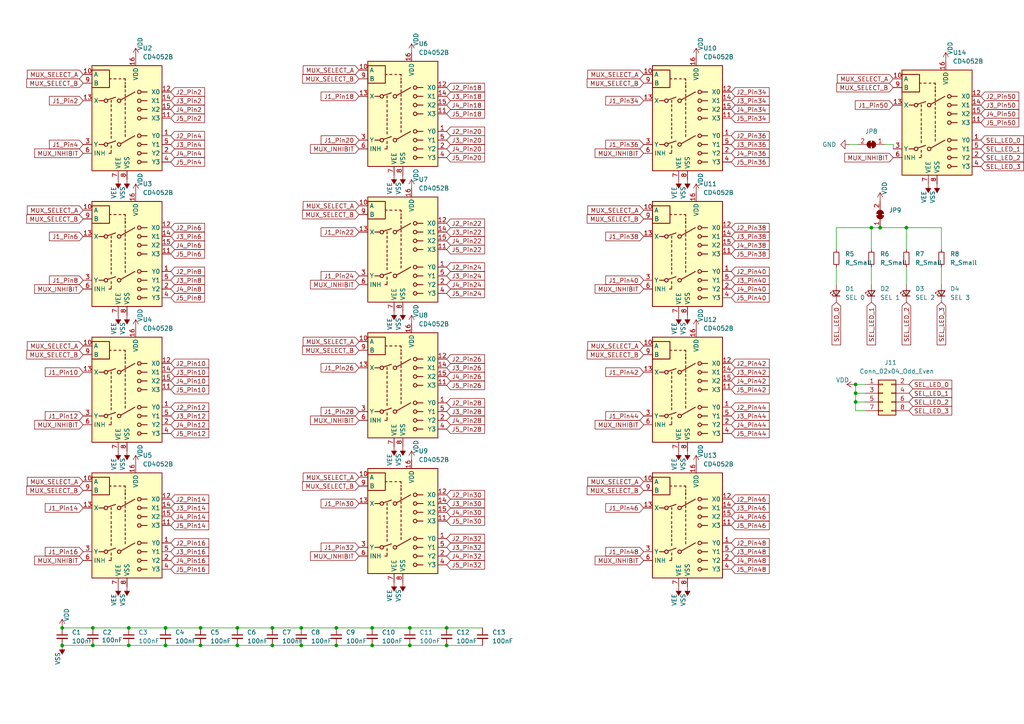
<source format=kicad_sch>
(kicad_sch (version 20211123) (generator eeschema)
  (paper "A4")
  (lib_symbols
    (symbol "Analog_Switch:CD4052B"
      (property "Reference" "U" (at -10.16 16.51 0))
      (property "Value" "CD4052B" (at 3.81 16.51 0))
      (symbol "CD4052B_0_1"
        (rectangle (start -10.16 8.89) (end -5.08 13.97) (stroke (width 0.254)))
        (rectangle (start -10.16 15.24) (end 10.16 -15.24) (stroke (width 0.254)) (fill (type background)))
        (circle (center -6.096 -7.62) (radius 0.508) (stroke (width 0.254)))
        (circle (center -6.096 5.08) (radius 0.508) (stroke (width 0.254)))
        (circle (center -2.286 -7.62) (radius 0.508) (stroke (width 0.254)))
        (circle (center -2.286 5.08) (radius 0.508) (stroke (width 0.254)))
        (polyline (pts (xy -8.128 -7.62) (xy -6.604 -7.62)) (stroke (width 0.254)))
        (polyline (pts (xy -8.128 5.08) (xy -6.604 5.08)) (stroke (width 0.254)))
        (polyline (pts (xy -5.588 -7.366) (xy -3.302 -6.604)) (stroke (width 0.254)))
        (polyline (pts (xy -5.588 5.334) (xy -3.302 6.096)) (stroke (width 0.254)))
        (polyline (pts (xy -4.572 -10.16) (xy -5.207 -10.16)) (stroke (width 0.254)))
        (polyline (pts (xy -4.572 -9.906) (xy -4.572 -9.271)) (stroke (width 0.254)))
        (polyline (pts (xy -4.572 -8.636) (xy -4.572 -8.001)) (stroke (width 0.254)))
        (polyline (pts (xy -4.572 -5.842) (xy -4.572 -5.207)) (stroke (width 0.254)))
        (polyline (pts (xy -4.572 -4.572) (xy -4.572 -3.937)) (stroke (width 0.254)))
        (polyline (pts (xy -4.572 -3.302) (xy -4.572 -2.667)) (stroke (width 0.254)))
        (polyline (pts (xy -4.572 -2.032) (xy -4.572 -1.397)) (stroke (width 0.254)))
        (polyline (pts (xy -4.572 -0.762) (xy -4.572 -0.127)) (stroke (width 0.254)))
        (polyline (pts (xy -4.572 0.508) (xy -4.572 1.143)) (stroke (width 0.254)))
        (polyline (pts (xy -4.572 2.032) (xy -4.572 2.667)) (stroke (width 0.254)))
        (polyline (pts (xy -4.572 3.302) (xy -4.572 3.937)) (stroke (width 0.254)))
        (polyline (pts (xy -4.572 4.572) (xy -4.572 5.207)) (stroke (width 0.254)))
        (polyline (pts (xy -4.572 11.43) (xy -5.08 11.43)) (stroke (width 0.254)))
        (polyline (pts (xy -3.81 11.43) (xy -3.175 11.43)) (stroke (width 0.254)))
        (polyline (pts (xy -1.778 -7.366) (xy 2.286 -5.08)) (stroke (width 0.254)))
        (polyline (pts (xy -1.778 5.334) (xy 2.286 7.62)) (stroke (width 0.254)))
        (polyline (pts (xy -1.778 11.43) (xy -2.286 11.43)) (stroke (width 0.254)))
        (polyline (pts (xy -0.508 -5.334) (xy -0.508 -4.699)) (stroke (width 0.254)))
        (polyline (pts (xy -0.508 -4.064) (xy -0.508 -3.429)) (stroke (width 0.254)))
        (polyline (pts (xy -0.508 -2.794) (xy -0.508 -2.159)) (stroke (width 0.254)))
        (polyline (pts (xy -0.508 -1.524) (xy -0.508 -0.889)) (stroke (width 0.254)))
        (polyline (pts (xy -0.508 -0.254) (xy -0.508 0.381)) (stroke (width 0.254)))
        (polyline (pts (xy -0.508 1.27) (xy -0.508 1.905)) (stroke (width 0.254)))
        (polyline (pts (xy -0.508 2.54) (xy -0.508 3.175)) (stroke (width 0.254)))
        (polyline (pts (xy -0.508 3.81) (xy -0.508 4.445)) (stroke (width 0.254)))
        (polyline (pts (xy -0.508 5.08) (xy -0.508 5.715)) (stroke (width 0.254)))
        (polyline (pts (xy -0.508 6.35) (xy -0.508 6.985)) (stroke (width 0.254)))
        (polyline (pts (xy -0.508 7.62) (xy -0.508 8.255)) (stroke (width 0.254)))
        (polyline (pts (xy -0.508 8.89) (xy -0.508 9.398)) (stroke (width 0.254)))
        (polyline (pts (xy -0.508 8.89) (xy -0.508 9.525)) (stroke (width 0.254)))
        (polyline (pts (xy -0.508 9.906) (xy -0.508 10.414)) (stroke (width 0.254)))
        (polyline (pts (xy -0.508 10.922) (xy -0.508 11.43)) (stroke (width 0.254)))
        (polyline (pts (xy -0.508 11.43) (xy -1.016 11.43)) (stroke (width 0.254)))
        (polyline (pts (xy 4.064 -12.7) (xy 5.842 -12.7)) (stroke (width 0.254)))
        (polyline (pts (xy 4.064 -10.16) (xy 5.842 -10.16)) (stroke (width 0.254)))
        (polyline (pts (xy 4.064 -7.62) (xy 5.842 -7.62)) (stroke (width 0.254)))
        (polyline (pts (xy 4.064 -5.08) (xy 5.842 -5.08)) (stroke (width 0.254)))
        (polyline (pts (xy 4.064 0) (xy 5.842 0)) (stroke (width 0.254)))
        (polyline (pts (xy 4.064 2.54) (xy 5.842 2.54)) (stroke (width 0.254)))
        (polyline (pts (xy 4.064 5.08) (xy 5.842 5.08)) (stroke (width 0.254)))
        (polyline (pts (xy 4.064 7.62) (xy 5.842 7.62)) (stroke (width 0.254)))
        (circle (center 3.556 -12.7) (radius 0.508) (stroke (width 0.254)))
        (circle (center 3.556 -10.16) (radius 0.508) (stroke (width 0.254)))
        (circle (center 3.556 -7.62) (radius 0.508) (stroke (width 0.254)))
        (circle (center 3.556 -5.08) (radius 0.508) (stroke (width 0.254)))
        (circle (center 3.556 0) (radius 0.508) (stroke (width 0.254)))
        (circle (center 3.556 2.54) (radius 0.508) (stroke (width 0.254)))
        (circle (center 3.556 5.08) (radius 0.508) (stroke (width 0.254)))
        (circle (center 3.556 7.62) (radius 0.508) (stroke (width 0.254)))
      )
      (symbol "CD4052B_1_1"
        (pin bidirectional line (at 12.7 -5.08 180) (length 2.54) (name "Y0") (number "1"))
        (pin input line (at -12.7 12.7 0) (length 2.54) (name "A") (number "10"))
        (pin bidirectional line (at 12.7 0 180) (length 2.54) (name "X3") (number "11"))
        (pin bidirectional line (at 12.7 7.62 180) (length 2.54) (name "X0") (number "12"))
        (pin bidirectional line (at -12.7 5.08 0) (length 2.54) (name "X") (number "13"))
        (pin bidirectional line (at 12.7 5.08 180) (length 2.54) (name "X1") (number "14"))
        (pin bidirectional line (at 12.7 2.54 180) (length 2.54) (name "X2") (number "15"))
        (pin power_in line (at 2.54 17.78 270) (length 2.54) (name "VDD") (number "16"))
        (pin bidirectional line (at 12.7 -10.16 180) (length 2.54) (name "Y2") (number "2"))
        (pin bidirectional line (at -12.7 -7.62 0) (length 2.54) (name "Y") (number "3"))
        (pin bidirectional line (at 12.7 -12.7 180) (length 2.54) (name "Y3") (number "4"))
        (pin bidirectional line (at 12.7 -7.62 180) (length 2.54) (name "Y1") (number "5"))
        (pin input line (at -12.7 -10.16 0) (length 2.54) (name "INH") (number "6"))
        (pin power_in line (at -2.54 -17.78 90) (length 2.54) (name "VEE") (number "7"))
        (pin power_in line (at 0 -17.78 90) (length 2.54) (name "VSS") (number "8"))
        (pin input line (at -12.7 10.16 0) (length 2.54) (name "B") (number "9"))
      )
    )
    (symbol "Connector_Generic:Conn_02x04_Odd_Even" (pin_names (offset 1.016) hide)
      (property "Reference" "J" (at 1.27 5.08 0))
      (property "Value" "Conn_02x04_Odd_Even" (at 1.27 -7.62 0))
      (symbol "Conn_02x04_Odd_Even_1_1"
        (rectangle (start -1.27 -4.953) (end 0 -5.207) (stroke (width 0.1524)))
        (rectangle (start -1.27 -2.413) (end 0 -2.667) (stroke (width 0.1524)))
        (rectangle (start -1.27 0.127) (end 0 -0.127) (stroke (width 0.1524)))
        (rectangle (start -1.27 2.667) (end 0 2.413) (stroke (width 0.1524)))
        (rectangle (start -1.27 3.81) (end 3.81 -6.35) (stroke (width 0.254)) (fill (type background)))
        (rectangle (start 3.81 -4.953) (end 2.54 -5.207) (stroke (width 0.1524)))
        (rectangle (start 3.81 -2.413) (end 2.54 -2.667) (stroke (width 0.1524)))
        (rectangle (start 3.81 0.127) (end 2.54 -0.127) (stroke (width 0.1524)))
        (rectangle (start 3.81 2.667) (end 2.54 2.413) (stroke (width 0.1524)))
        (pin passive line (at -5.08 2.54 0) (length 3.81) (name "Pin_1") (number "1"))
        (pin passive line (at 7.62 2.54 180) (length 3.81) (name "Pin_2") (number "2"))
        (pin passive line (at -5.08 0 0) (length 3.81) (name "Pin_3") (number "3"))
        (pin passive line (at 7.62 0 180) (length 3.81) (name "Pin_4") (number "4"))
        (pin passive line (at -5.08 -2.54 0) (length 3.81) (name "Pin_5") (number "5"))
        (pin passive line (at 7.62 -2.54 180) (length 3.81) (name "Pin_6") (number "6"))
        (pin passive line (at -5.08 -5.08 0) (length 3.81) (name "Pin_7") (number "7"))
        (pin passive line (at 7.62 -5.08 180) (length 3.81) (name "Pin_8") (number "8"))
      )
    )
    (symbol "Device:C_Small" (pin_numbers hide) (pin_names (offset 0.254) hide)
      (property "Reference" "C" (at 0.254 1.778 0))
      (property "Value" "C_Small" (at 0.254 -2.032 0))
      (symbol "C_Small_0_1"
        (polyline (pts (xy -1.524 -0.508) (xy 1.524 -0.508)) (stroke (width 0.3302)))
        (polyline (pts (xy -1.524 0.508) (xy 1.524 0.508)) (stroke (width 0.3048)))
      )
      (symbol "C_Small_1_1"
        (pin passive line (at 0 2.54 270) (length 2.032) (name "~") (number "1"))
        (pin passive line (at 0 -2.54 90) (length 2.032) (name "~") (number "2"))
      )
    )
    (symbol "Device:LED_Small" (pin_numbers hide) (pin_names (offset 0.254) hide)
      (property "Reference" "D" (at -1.27 3.175 0))
      (property "Value" "LED_Small" (at -4.445 -2.54 0))
      (symbol "LED_Small_0_1"
        (polyline (pts (xy -0.762 -1.016) (xy -0.762 1.016)) (stroke (width 0.254)))
        (polyline (pts (xy 1.016 0) (xy -0.762 0)))
        (polyline (pts (xy 0.762 -1.016) (xy -0.762 0) (xy 0.762 1.016) (xy 0.762 -1.016)) (stroke (width 0.254)))
        (polyline (pts (xy 0 0.762) (xy -0.508 1.27) (xy -0.254 1.27) (xy -0.508 1.27) (xy -0.508 1.016)))
        (polyline (pts (xy 0.508 1.27) (xy 0 1.778) (xy 0.254 1.778) (xy 0 1.778) (xy 0 1.524)))
      )
      (symbol "LED_Small_1_1"
        (pin passive line (at -2.54 0 0) (length 1.778) (name "K") (number "1"))
        (pin passive line (at 2.54 0 180) (length 1.778) (name "A") (number "2"))
      )
    )
    (symbol "Device:R_Small" (pin_numbers hide) (pin_names (offset 0.254) hide)
      (property "Reference" "R" (at 0.762 0.508 0))
      (property "Value" "R_Small" (at 0.762 -1.016 0))
      (symbol "R_Small_0_1"
        (rectangle (start -0.762 1.778) (end 0.762 -1.778) (stroke (width 0.2032)))
      )
      (symbol "R_Small_1_1"
        (pin passive line (at 0 2.54 270) (length 0.762) (name "~") (number "1"))
        (pin passive line (at 0 -2.54 90) (length 0.762) (name "~") (number "2"))
      )
    )
    (symbol "Jumper:SolderJumper_2_Bridged" (pin_names (offset 0) hide)
      (property "Reference" "JP" (at 0 2.032 0))
      (property "Value" "SolderJumper_2_Bridged" (at 0 -2.54 0))
      (symbol "SolderJumper_2_Bridged_0_1"
        (rectangle (start -0.508 0.508) (end 0.508 -0.508) (fill (type outline)))
        (arc (start -0.254 1.016) (mid -1.27 0) (end -0.254 -1.016))
        (arc (start -0.254 1.016) (mid -1.27 0) (end -0.254 -1.016) (fill (type outline)))
        (polyline (pts (xy -0.254 1.016) (xy -0.254 -1.016)))
        (polyline (pts (xy 0.254 1.016) (xy 0.254 -1.016)))
        (arc (start 0.254 -1.016) (mid 1.27 0) (end 0.254 1.016))
        (arc (start 0.254 -1.016) (mid 1.27 0) (end 0.254 1.016) (fill (type outline)))
      )
      (symbol "SolderJumper_2_Bridged_1_1"
        (pin passive line (at -3.81 0 0) (length 2.54) (name "A") (number "1"))
        (pin passive line (at 3.81 0 180) (length 2.54) (name "B") (number "2"))
      )
    )
    (symbol "power:GND" (power) (pin_names (offset 0))
      (property "Value" "GND" (at 0 -3.81 0))
      (symbol "GND_0_1"
        (polyline (pts (xy 0 0) (xy 0 -1.27) (xy 1.27 -1.27) (xy 0 -2.54) (xy -1.27 -1.27) (xy 0 -1.27)))
      )
      (symbol "GND_1_1"
        (pin power_in line (at 0 0 270) (length 0) hide (name "GND") (number "1"))
      )
    )
    (symbol "power:VDD" (power) (pin_names (offset 0))
      (property "Value" "VDD" (at 0 3.81 0))
      (symbol "VDD_0_1"
        (polyline (pts (xy -0.762 1.27) (xy 0 2.54)))
        (polyline (pts (xy 0 0) (xy 0 2.54)))
        (polyline (pts (xy 0 2.54) (xy 0.762 1.27)))
      )
      (symbol "VDD_1_1"
        (pin power_in line (at 0 0 90) (length 0) hide (name "VDD") (number "1"))
      )
    )
    (symbol "power:VEE" (power) (pin_names (offset 0))
      (property "Value" "VEE" (at 0 3.81 0))
      (symbol "VEE_0_1"
        (polyline (pts (xy 0 0) (xy 0 2.54)))
        (polyline (pts (xy 0.762 1.27) (xy -0.762 1.27) (xy 0 2.54) (xy 0.762 1.27)) (fill (type outline)))
      )
      (symbol "VEE_1_1"
        (pin power_in line (at 0 0 90) (length 0) hide (name "VEE") (number "1"))
      )
    )
    (symbol "power:VSS" (power) (pin_names (offset 0))
      (property "Value" "VSS" (at 0 3.81 0))
      (symbol "VSS_0_1"
        (polyline (pts (xy 0 0) (xy 0 2.54)))
        (polyline (pts (xy 0.762 1.27) (xy -0.762 1.27) (xy 0 2.54) (xy 0.762 1.27)) (fill (type outline)))
      )
      (symbol "VSS_1_1"
        (pin power_in line (at 0 0 90) (length 0) hide (name "VSS") (number "1"))
      )
    )
  )
  (junction (at 68.834 182.118))
  (junction (at 248.158 116.586))
  (junction (at 87.376 182.118))
  (junction (at 252.73 66.04))
  (junction (at 26.924 182.118))
  (junction (at 78.994 187.198))
  (junction (at 262.89 66.04))
  (junction (at 58.166 182.118))
  (junction (at 255.27 66.04))
  (junction (at 129.54 182.118))
  (junction (at 58.166 187.198))
  (junction (at 18.034 187.198))
  (junction (at 37.338 187.198))
  (junction (at 97.536 187.198))
  (junction (at 48.006 187.198))
  (junction (at 248.158 111.506))
  (junction (at 248.158 114.046))
  (junction (at 107.95 182.118))
  (junction (at 68.834 187.198))
  (junction (at 129.54 187.198))
  (junction (at 118.872 182.118))
  (junction (at 107.95 187.198))
  (junction (at 18.034 182.118))
  (junction (at 48.006 182.118))
  (junction (at 97.536 182.118))
  (junction (at 37.338 182.118))
  (junction (at 26.924 187.198))
  (junction (at 78.994 182.118))
  (junction (at 87.376 187.198))
  (junction (at 118.872 187.198))
  (wire (pts (xy 48.006 187.198) (xy 58.166 187.198)))
  (wire (pts (xy 107.95 187.198) (xy 118.872 187.198)))
  (wire (pts (xy 262.89 72.39) (xy 262.89 66.04)))
  (wire (pts (xy 78.994 182.118) (xy 87.376 182.118)))
  (wire (pts (xy 118.872 182.118) (xy 129.54 182.118)))
  (wire (pts (xy 18.034 187.198) (xy 26.924 187.198)))
  (wire (pts (xy 97.536 187.198) (xy 107.95 187.198)))
  (wire (pts (xy 248.158 111.506) (xy 248.158 114.046)))
  (wire (pts (xy 18.034 182.118) (xy 26.924 182.118)))
  (wire (pts (xy 107.95 182.118) (xy 118.872 182.118)))
  (wire (pts (xy 262.89 82.55) (xy 262.89 77.47)))
  (wire (pts (xy 256.54 41.91) (xy 259.08 41.91)))
  (wire (pts (xy 252.73 77.47) (xy 252.73 82.55)))
  (wire (pts (xy 118.872 187.198) (xy 129.54 187.198)))
  (wire (pts (xy 273.05 77.47) (xy 273.05 82.55)))
  (wire (pts (xy 68.834 187.198) (xy 78.994 187.198)))
  (wire (pts (xy 248.158 116.586) (xy 250.952 116.586)))
  (wire (pts (xy 68.834 182.118) (xy 78.994 182.118)))
  (wire (pts (xy 248.158 111.506) (xy 250.952 111.506)))
  (wire (pts (xy 248.158 114.046) (xy 250.952 114.046)))
  (wire (pts (xy 246.38 41.91) (xy 248.92 41.91)))
  (wire (pts (xy 248.158 119.126) (xy 250.952 119.126)))
  (wire (pts (xy 255.27 66.04) (xy 262.89 66.04)))
  (wire (pts (xy 259.08 41.91) (xy 259.08 43.18)))
  (wire (pts (xy 87.376 187.198) (xy 97.536 187.198)))
  (wire (pts (xy 26.924 187.198) (xy 37.338 187.198)))
  (wire (pts (xy 252.73 66.04) (xy 252.73 72.39)))
  (wire (pts (xy 48.006 182.118) (xy 58.166 182.118)))
  (wire (pts (xy 242.57 72.39) (xy 242.57 66.04)))
  (wire (pts (xy 248.158 116.586) (xy 248.158 119.126)))
  (wire (pts (xy 242.57 66.04) (xy 252.73 66.04)))
  (wire (pts (xy 242.57 82.55) (xy 242.57 77.47)))
  (wire (pts (xy 129.54 187.198) (xy 139.954 187.198)))
  (wire (pts (xy 262.89 66.04) (xy 273.05 66.04)))
  (wire (pts (xy 248.158 114.046) (xy 248.158 116.586)))
  (wire (pts (xy 37.338 187.198) (xy 48.006 187.198)))
  (wire (pts (xy 26.924 182.118) (xy 37.338 182.118)))
  (wire (pts (xy 97.536 182.118) (xy 107.95 182.118)))
  (wire (pts (xy 58.166 187.198) (xy 68.834 187.198)))
  (wire (pts (xy 255.27 66.04) (xy 252.73 66.04)))
  (wire (pts (xy 78.994 187.198) (xy 87.376 187.198)))
  (wire (pts (xy 87.376 182.118) (xy 97.536 182.118)))
  (wire (pts (xy 129.54 182.118) (xy 139.954 182.118)))
  (wire (pts (xy 273.05 66.04) (xy 273.05 72.39)))
  (wire (pts (xy 37.338 182.118) (xy 48.006 182.118)))
  (wire (pts (xy 58.166 182.118) (xy 68.834 182.118)))
  (global_label "J5_Pin32" (shape input) (at 129.54 163.83 0) (property "Intersheet References" "${INTERSHEET_REFS}" (effects hide)))
  (global_label "J2_Pin20" (shape input) (at 129.54 38.1 0) (property "Intersheet References" "${INTERSHEET_REFS}" (effects hide)))
  (global_label "J3_Pin46" (shape input) (at 212.09 147.32 0) (property "Intersheet References" "${INTERSHEET_REFS}" (effects hide)))
  (global_label "J5_Pin18" (shape input) (at 129.54 33.02 0) (property "Intersheet References" "${INTERSHEET_REFS}" (effects hide)))
  (global_label "J2_Pin4" (shape input) (at 49.53 39.37 0) (property "Intersheet References" "${INTERSHEET_REFS}" (effects hide)))
  (global_label "J4_Pin46" (shape input) (at 212.09 149.86 0) (property "Intersheet References" "${INTERSHEET_REFS}" (effects hide)))
  (global_label "J1_Pin28" (shape input) (at 104.14 119.38 180) (property "Intersheet References" "${INTERSHEET_REFS}" (effects hide)))
  (global_label "J3_Pin14" (shape input) (at 49.53 147.32 0) (property "Intersheet References" "${INTERSHEET_REFS}" (effects hide)))
  (global_label "J1_Pin16" (shape input) (at 24.13 160.02 180) (property "Intersheet References" "${INTERSHEET_REFS}" (effects hide)))
  (global_label "J2_Pin18" (shape input) (at 129.54 25.4 0) (property "Intersheet References" "${INTERSHEET_REFS}" (effects hide)))
  (global_label "J2_Pin16" (shape input) (at 49.53 157.48 0) (property "Intersheet References" "${INTERSHEET_REFS}" (effects hide)))
  (global_label "MUX_INHIBIT" (shape input) (at 259.08 45.72 180) (property "Intersheet References" "${INTERSHEET_REFS}" (effects hide)))
  (global_label "MUX_INHIBIT" (shape input) (at 104.14 82.55 180) (property "Intersheet References" "${INTERSHEET_REFS}" (effects hide)))
  (global_label "MUX_SELECT_B" (shape input) (at 104.14 140.97 180) (property "Intersheet References" "${INTERSHEET_REFS}" (effects hide)))
  (global_label "J4_Pin12" (shape input) (at 49.53 123.19 0) (property "Intersheet References" "${INTERSHEET_REFS}" (effects hide)))
  (global_label "J5_Pin34" (shape input) (at 212.09 34.29 0) (property "Intersheet References" "${INTERSHEET_REFS}" (effects hide)))
  (global_label "MUX_SELECT_A" (shape input) (at 104.14 99.06 180) (property "Intersheet References" "${INTERSHEET_REFS}" (effects hide)))
  (global_label "MUX_SELECT_A" (shape input) (at 186.69 100.33 180) (property "Intersheet References" "${INTERSHEET_REFS}" (effects hide)))
  (global_label "J2_Pin32" (shape input) (at 129.54 156.21 0) (property "Intersheet References" "${INTERSHEET_REFS}" (effects hide)))
  (global_label "J4_Pin22" (shape input) (at 129.54 69.85 0) (property "Intersheet References" "${INTERSHEET_REFS}" (effects hide)))
  (global_label "J2_Pin46" (shape input) (at 212.09 144.78 0) (property "Intersheet References" "${INTERSHEET_REFS}" (effects hide)))
  (global_label "MUX_INHIBIT" (shape input) (at 186.69 83.82 180) (property "Intersheet References" "${INTERSHEET_REFS}" (effects hide)))
  (global_label "MUX_SELECT_A" (shape input) (at 24.13 21.59 180) (property "Intersheet References" "${INTERSHEET_REFS}" (effects hide)))
  (global_label "MUX_SELECT_A" (shape input) (at 24.13 139.7 180) (property "Intersheet References" "${INTERSHEET_REFS}" (effects hide)))
  (global_label "J3_Pin36" (shape input) (at 212.09 41.91 0) (property "Intersheet References" "${INTERSHEET_REFS}" (effects hide)))
  (global_label "SEL_LED_3" (shape input) (at 284.48 48.26 0) (property "Intersheet References" "${INTERSHEET_REFS}" (effects hide)))
  (global_label "MUX_INHIBIT" (shape input) (at 24.13 123.19 180) (property "Intersheet References" "${INTERSHEET_REFS}" (effects hide)))
  (global_label "J2_Pin22" (shape input) (at 129.54 64.77 0) (property "Intersheet References" "${INTERSHEET_REFS}" (effects hide)))
  (global_label "J5_Pin50" (shape input) (at 284.48 35.56 0) (property "Intersheet References" "${INTERSHEET_REFS}" (effects hide)))
  (global_label "SEL_LED_1" (shape input) (at 252.73 87.63 270) (property "Intersheet References" "${INTERSHEET_REFS}" (effects hide)))
  (global_label "MUX_SELECT_B" (shape input) (at 24.13 142.24 180) (property "Intersheet References" "${INTERSHEET_REFS}" (effects hide)))
  (global_label "MUX_INHIBIT" (shape input) (at 24.13 162.56 180) (property "Intersheet References" "${INTERSHEET_REFS}" (effects hide)))
  (global_label "J4_Pin36" (shape input) (at 212.09 44.45 0) (property "Intersheet References" "${INTERSHEET_REFS}" (effects hide)))
  (global_label "MUX_SELECT_B" (shape input) (at 186.69 24.13 180) (property "Intersheet References" "${INTERSHEET_REFS}" (effects hide)))
  (global_label "MUX_INHIBIT" (shape input) (at 104.14 161.29 180) (property "Intersheet References" "${INTERSHEET_REFS}" (effects hide)))
  (global_label "J1_Pin30" (shape input) (at 104.14 146.05 180) (property "Intersheet References" "${INTERSHEET_REFS}" (effects hide)))
  (global_label "J3_Pin38" (shape input) (at 212.09 68.58 0) (property "Intersheet References" "${INTERSHEET_REFS}" (effects hide)))
  (global_label "J1_Pin6" (shape input) (at 24.13 68.58 180) (property "Intersheet References" "${INTERSHEET_REFS}" (effects hide)))
  (global_label "J1_Pin44" (shape input) (at 186.69 120.65 180) (property "Intersheet References" "${INTERSHEET_REFS}" (effects hide)))
  (global_label "J2_Pin26" (shape input) (at 129.54 104.14 0) (property "Intersheet References" "${INTERSHEET_REFS}" (effects hide)))
  (global_label "J4_Pin24" (shape input) (at 129.54 82.55 0) (property "Intersheet References" "${INTERSHEET_REFS}" (effects hide)))
  (global_label "SEL_LED_2" (shape input) (at 262.89 87.63 270) (property "Intersheet References" "${INTERSHEET_REFS}" (effects hide)))
  (global_label "J5_Pin10" (shape input) (at 49.53 113.03 0) (property "Intersheet References" "${INTERSHEET_REFS}" (effects hide)))
  (global_label "J4_Pin42" (shape input) (at 212.09 110.49 0) (property "Intersheet References" "${INTERSHEET_REFS}" (effects hide)))
  (global_label "J4_Pin32" (shape input) (at 129.54 161.29 0) (property "Intersheet References" "${INTERSHEET_REFS}" (effects hide)))
  (global_label "MUX_INHIBIT" (shape input) (at 104.14 121.92 180) (property "Intersheet References" "${INTERSHEET_REFS}" (effects hide)))
  (global_label "J2_Pin38" (shape input) (at 212.09 66.04 0) (property "Intersheet References" "${INTERSHEET_REFS}" (effects hide)))
  (global_label "MUX_SELECT_B" (shape input) (at 24.13 102.87 180) (property "Intersheet References" "${INTERSHEET_REFS}" (effects hide)))
  (global_label "SEL_LED_1" (shape input) (at 263.652 114.046 0) (property "Intersheet References" "${INTERSHEET_REFS}" (effects hide)))
  (global_label "MUX_INHIBIT" (shape input) (at 24.13 83.82 180) (property "Intersheet References" "${INTERSHEET_REFS}" (effects hide)))
  (global_label "MUX_SELECT_A" (shape input) (at 104.14 20.32 180) (property "Intersheet References" "${INTERSHEET_REFS}" (effects hide)))
  (global_label "MUX_SELECT_B" (shape input) (at 24.13 63.5 180) (property "Intersheet References" "${INTERSHEET_REFS}" (effects hide)))
  (global_label "J3_Pin32" (shape input) (at 129.54 158.75 0) (property "Intersheet References" "${INTERSHEET_REFS}" (effects hide)))
  (global_label "MUX_INHIBIT" (shape input) (at 24.13 44.45 180) (property "Intersheet References" "${INTERSHEET_REFS}" (effects hide)))
  (global_label "J4_Pin8" (shape input) (at 49.53 83.82 0) (property "Intersheet References" "${INTERSHEET_REFS}" (effects hide)))
  (global_label "J5_Pin6" (shape input) (at 49.53 73.66 0) (property "Intersheet References" "${INTERSHEET_REFS}" (effects hide)))
  (global_label "MUX_SELECT_A" (shape input) (at 186.69 60.96 180) (property "Intersheet References" "${INTERSHEET_REFS}" (effects hide)))
  (global_label "J5_Pin46" (shape input) (at 212.09 152.4 0) (property "Intersheet References" "${INTERSHEET_REFS}" (effects hide)))
  (global_label "MUX_SELECT_A" (shape input) (at 104.14 59.69 180) (property "Intersheet References" "${INTERSHEET_REFS}" (effects hide)))
  (global_label "J1_Pin48" (shape input) (at 186.69 160.02 180) (property "Intersheet References" "${INTERSHEET_REFS}" (effects hide)))
  (global_label "J2_Pin36" (shape input) (at 212.09 39.37 0) (property "Intersheet References" "${INTERSHEET_REFS}" (effects hide)))
  (global_label "J4_Pin30" (shape input) (at 129.54 148.59 0) (property "Intersheet References" "${INTERSHEET_REFS}" (effects hide)))
  (global_label "J3_Pin20" (shape input) (at 129.54 40.64 0) (property "Intersheet References" "${INTERSHEET_REFS}" (effects hide)))
  (global_label "J4_Pin26" (shape input) (at 129.54 109.22 0) (property "Intersheet References" "${INTERSHEET_REFS}" (effects hide)))
  (global_label "J3_Pin22" (shape input) (at 129.54 67.31 0) (property "Intersheet References" "${INTERSHEET_REFS}" (effects hide)))
  (global_label "J4_Pin4" (shape input) (at 49.53 44.45 0) (property "Intersheet References" "${INTERSHEET_REFS}" (effects hide)))
  (global_label "J1_Pin50" (shape input) (at 259.08 30.48 180) (property "Intersheet References" "${INTERSHEET_REFS}" (effects hide)))
  (global_label "J2_Pin24" (shape input) (at 129.54 77.47 0) (property "Intersheet References" "${INTERSHEET_REFS}" (effects hide)))
  (global_label "J2_Pin48" (shape input) (at 212.09 157.48 0) (property "Intersheet References" "${INTERSHEET_REFS}" (effects hide)))
  (global_label "J1_Pin20" (shape input) (at 104.14 40.64 180) (property "Intersheet References" "${INTERSHEET_REFS}" (effects hide)))
  (global_label "J3_Pin30" (shape input) (at 129.54 146.05 0) (property "Intersheet References" "${INTERSHEET_REFS}" (effects hide)))
  (global_label "MUX_SELECT_B" (shape input) (at 104.14 101.6 180) (property "Intersheet References" "${INTERSHEET_REFS}" (effects hide)))
  (global_label "SEL_LED_0" (shape input) (at 284.48 40.64 0) (property "Intersheet References" "${INTERSHEET_REFS}" (effects hide)))
  (global_label "J4_Pin16" (shape input) (at 49.53 162.56 0) (property "Intersheet References" "${INTERSHEET_REFS}" (effects hide)))
  (global_label "MUX_INHIBIT" (shape input) (at 186.69 162.56 180) (property "Intersheet References" "${INTERSHEET_REFS}" (effects hide)))
  (global_label "J5_Pin40" (shape input) (at 212.09 86.36 0) (property "Intersheet References" "${INTERSHEET_REFS}" (effects hide)))
  (global_label "J2_Pin10" (shape input) (at 49.53 105.41 0) (property "Intersheet References" "${INTERSHEET_REFS}" (effects hide)))
  (global_label "J4_Pin20" (shape input) (at 129.54 43.18 0) (property "Intersheet References" "${INTERSHEET_REFS}" (effects hide)))
  (global_label "MUX_INHIBIT" (shape input) (at 104.14 43.18 180) (property "Intersheet References" "${INTERSHEET_REFS}" (effects hide)))
  (global_label "J2_Pin12" (shape input) (at 49.53 118.11 0) (property "Intersheet References" "${INTERSHEET_REFS}" (effects hide)))
  (global_label "MUX_SELECT_B" (shape input) (at 104.14 22.86 180) (property "Intersheet References" "${INTERSHEET_REFS}" (effects hide)))
  (global_label "MUX_INHIBIT" (shape input) (at 186.69 44.45 180) (property "Intersheet References" "${INTERSHEET_REFS}" (effects hide)))
  (global_label "J5_Pin26" (shape input) (at 129.54 111.76 0) (property "Intersheet References" "${INTERSHEET_REFS}" (effects hide)))
  (global_label "J2_Pin28" (shape input) (at 129.54 116.84 0) (property "Intersheet References" "${INTERSHEET_REFS}" (effects hide)))
  (global_label "J1_Pin38" (shape input) (at 186.69 68.58 180) (property "Intersheet References" "${INTERSHEET_REFS}" (effects hide)))
  (global_label "MUX_SELECT_A" (shape input) (at 24.13 60.96 180) (property "Intersheet References" "${INTERSHEET_REFS}" (effects hide)))
  (global_label "SEL_LED_3" (shape input) (at 263.652 119.126 0) (property "Intersheet References" "${INTERSHEET_REFS}" (effects hide)))
  (global_label "J3_Pin44" (shape input) (at 212.09 120.65 0) (property "Intersheet References" "${INTERSHEET_REFS}" (effects hide)))
  (global_label "J3_Pin40" (shape input) (at 212.09 81.28 0) (property "Intersheet References" "${INTERSHEET_REFS}" (effects hide)))
  (global_label "J4_Pin50" (shape input) (at 284.48 33.02 0) (property "Intersheet References" "${INTERSHEET_REFS}" (effects hide)))
  (global_label "MUX_SELECT_A" (shape input) (at 186.69 21.59 180) (property "Intersheet References" "${INTERSHEET_REFS}" (effects hide)))
  (global_label "J2_Pin8" (shape input) (at 49.53 78.74 0) (property "Intersheet References" "${INTERSHEET_REFS}" (effects hide)))
  (global_label "J5_Pin48" (shape input) (at 212.09 165.1 0) (property "Intersheet References" "${INTERSHEET_REFS}" (effects hide)))
  (global_label "J3_Pin48" (shape input) (at 212.09 160.02 0) (property "Intersheet References" "${INTERSHEET_REFS}" (effects hide)))
  (global_label "J3_Pin42" (shape input) (at 212.09 107.95 0) (property "Intersheet References" "${INTERSHEET_REFS}" (effects hide)))
  (global_label "J5_Pin28" (shape input) (at 129.54 124.46 0) (property "Intersheet References" "${INTERSHEET_REFS}" (effects hide)))
  (global_label "J3_Pin24" (shape input) (at 129.54 80.01 0) (property "Intersheet References" "${INTERSHEET_REFS}" (effects hide)))
  (global_label "J4_Pin38" (shape input) (at 212.09 71.12 0) (property "Intersheet References" "${INTERSHEET_REFS}" (effects hide)))
  (global_label "J5_Pin8" (shape input) (at 49.53 86.36 0) (property "Intersheet References" "${INTERSHEET_REFS}" (effects hide)))
  (global_label "SEL_LED_1" (shape input) (at 284.48 43.18 0) (property "Intersheet References" "${INTERSHEET_REFS}" (effects hide)))
  (global_label "MUX_SELECT_B" (shape input) (at 186.69 63.5 180) (property "Intersheet References" "${INTERSHEET_REFS}" (effects hide)))
  (global_label "J3_Pin34" (shape input) (at 212.09 29.21 0) (property "Intersheet References" "${INTERSHEET_REFS}" (effects hide)))
  (global_label "MUX_SELECT_B" (shape input) (at 24.13 24.13 180) (property "Intersheet References" "${INTERSHEET_REFS}" (effects hide)))
  (global_label "J4_Pin34" (shape input) (at 212.09 31.75 0) (property "Intersheet References" "${INTERSHEET_REFS}" (effects hide)))
  (global_label "J5_Pin2" (shape input) (at 49.53 34.29 0) (property "Intersheet References" "${INTERSHEET_REFS}" (effects hide)))
  (global_label "J1_Pin8" (shape input) (at 24.13 81.28 180) (property "Intersheet References" "${INTERSHEET_REFS}" (effects hide)))
  (global_label "MUX_SELECT_A" (shape input) (at 104.14 138.43 180) (property "Intersheet References" "${INTERSHEET_REFS}" (effects hide)))
  (global_label "MUX_SELECT_A" (shape input) (at 24.13 100.33 180) (property "Intersheet References" "${INTERSHEET_REFS}" (effects hide)))
  (global_label "J1_Pin12" (shape input) (at 24.13 120.65 180) (property "Intersheet References" "${INTERSHEET_REFS}" (effects hide)))
  (global_label "J2_Pin6" (shape input) (at 49.53 66.04 0) (property "Intersheet References" "${INTERSHEET_REFS}" (effects hide)))
  (global_label "J3_Pin10" (shape input) (at 49.53 107.95 0) (property "Intersheet References" "${INTERSHEET_REFS}" (effects hide)))
  (global_label "MUX_SELECT_B" (shape input) (at 259.08 25.4 180) (property "Intersheet References" "${INTERSHEET_REFS}" (effects hide)))
  (global_label "J4_Pin14" (shape input) (at 49.53 149.86 0) (property "Intersheet References" "${INTERSHEET_REFS}" (effects hide)))
  (global_label "J2_Pin2" (shape input) (at 49.53 26.67 0) (property "Intersheet References" "${INTERSHEET_REFS}" (effects hide)))
  (global_label "J1_Pin46" (shape input) (at 186.69 147.32 180) (property "Intersheet References" "${INTERSHEET_REFS}" (effects hide)))
  (global_label "J4_Pin44" (shape input) (at 212.09 123.19 0) (property "Intersheet References" "${INTERSHEET_REFS}" (effects hide)))
  (global_label "MUX_SELECT_B" (shape input) (at 186.69 102.87 180) (property "Intersheet References" "${INTERSHEET_REFS}" (effects hide)))
  (global_label "J5_Pin30" (shape input) (at 129.54 151.13 0) (property "Intersheet References" "${INTERSHEET_REFS}" (effects hide)))
  (global_label "J1_Pin14" (shape input) (at 24.13 147.32 180) (property "Intersheet References" "${INTERSHEET_REFS}" (effects hide)))
  (global_label "J4_Pin28" (shape input) (at 129.54 121.92 0) (property "Intersheet References" "${INTERSHEET_REFS}" (effects hide)))
  (global_label "J1_Pin2" (shape input) (at 24.13 29.21 180) (property "Intersheet References" "${INTERSHEET_REFS}" (effects hide)))
  (global_label "J3_Pin26" (shape input) (at 129.54 106.68 0) (property "Intersheet References" "${INTERSHEET_REFS}" (effects hide)))
  (global_label "J5_Pin12" (shape input) (at 49.53 125.73 0) (property "Intersheet References" "${INTERSHEET_REFS}" (effects hide)))
  (global_label "J1_Pin4" (shape input) (at 24.13 41.91 180) (property "Intersheet References" "${INTERSHEET_REFS}" (effects hide)))
  (global_label "J3_Pin2" (shape input) (at 49.53 29.21 0) (property "Intersheet References" "${INTERSHEET_REFS}" (effects hide)))
  (global_label "J5_Pin16" (shape input) (at 49.53 165.1 0) (property "Intersheet References" "${INTERSHEET_REFS}" (effects hide)))
  (global_label "J4_Pin18" (shape input) (at 129.54 30.48 0) (property "Intersheet References" "${INTERSHEET_REFS}" (effects hide)))
  (global_label "J1_Pin22" (shape input) (at 104.14 67.31 180) (property "Intersheet References" "${INTERSHEET_REFS}" (effects hide)))
  (global_label "J5_Pin20" (shape input) (at 129.54 45.72 0) (property "Intersheet References" "${INTERSHEET_REFS}" (effects hide)))
  (global_label "J1_Pin42" (shape input) (at 186.69 107.95 180) (property "Intersheet References" "${INTERSHEET_REFS}" (effects hide)))
  (global_label "J1_Pin40" (shape input) (at 186.69 81.28 180) (property "Intersheet References" "${INTERSHEET_REFS}" (effects hide)))
  (global_label "J5_Pin42" (shape input) (at 212.09 113.03 0) (property "Intersheet References" "${INTERSHEET_REFS}" (effects hide)))
  (global_label "J4_Pin10" (shape input) (at 49.53 110.49 0) (property "Intersheet References" "${INTERSHEET_REFS}" (effects hide)))
  (global_label "J5_Pin36" (shape input) (at 212.09 46.99 0) (property "Intersheet References" "${INTERSHEET_REFS}" (effects hide)))
  (global_label "J3_Pin8" (shape input) (at 49.53 81.28 0) (property "Intersheet References" "${INTERSHEET_REFS}" (effects hide)))
  (global_label "MUX_INHIBIT" (shape input) (at 186.69 123.19 180) (property "Intersheet References" "${INTERSHEET_REFS}" (effects hide)))
  (global_label "J5_Pin4" (shape input) (at 49.53 46.99 0) (property "Intersheet References" "${INTERSHEET_REFS}" (effects hide)))
  (global_label "J2_Pin34" (shape input) (at 212.09 26.67 0) (property "Intersheet References" "${INTERSHEET_REFS}" (effects hide)))
  (global_label "J4_Pin40" (shape input) (at 212.09 83.82 0) (property "Intersheet References" "${INTERSHEET_REFS}" (effects hide)))
  (global_label "J2_Pin50" (shape input) (at 284.48 27.94 0) (property "Intersheet References" "${INTERSHEET_REFS}" (effects hide)))
  (global_label "J3_Pin16" (shape input) (at 49.53 160.02 0) (property "Intersheet References" "${INTERSHEET_REFS}" (effects hide)))
  (global_label "J5_Pin22" (shape input) (at 129.54 72.39 0) (property "Intersheet References" "${INTERSHEET_REFS}" (effects hide)))
  (global_label "J3_Pin28" (shape input) (at 129.54 119.38 0) (property "Intersheet References" "${INTERSHEET_REFS}" (effects hide)))
  (global_label "J3_Pin12" (shape input) (at 49.53 120.65 0) (property "Intersheet References" "${INTERSHEET_REFS}" (effects hide)))
  (global_label "SEL_LED_0" (shape input) (at 242.57 87.63 270) (property "Intersheet References" "${INTERSHEET_REFS}" (effects hide)))
  (global_label "J3_Pin4" (shape input) (at 49.53 41.91 0) (property "Intersheet References" "${INTERSHEET_REFS}" (effects hide)))
  (global_label "SEL_LED_3" (shape input) (at 273.05 87.63 270) (property "Intersheet References" "${INTERSHEET_REFS}" (effects hide)))
  (global_label "J2_Pin30" (shape input) (at 129.54 143.51 0) (property "Intersheet References" "${INTERSHEET_REFS}" (effects hide)))
  (global_label "J4_Pin6" (shape input) (at 49.53 71.12 0) (property "Intersheet References" "${INTERSHEET_REFS}" (effects hide)))
  (global_label "J5_Pin44" (shape input) (at 212.09 125.73 0) (property "Intersheet References" "${INTERSHEET_REFS}" (effects hide)))
  (global_label "J5_Pin24" (shape input) (at 129.54 85.09 0) (property "Intersheet References" "${INTERSHEET_REFS}" (effects hide)))
  (global_label "J3_Pin6" (shape input) (at 49.53 68.58 0) (property "Intersheet References" "${INTERSHEET_REFS}" (effects hide)))
  (global_label "MUX_SELECT_B" (shape input) (at 104.14 62.23 180) (property "Intersheet References" "${INTERSHEET_REFS}" (effects hide)))
  (global_label "J1_Pin32" (shape input) (at 104.14 158.75 180) (property "Intersheet References" "${INTERSHEET_REFS}" (effects hide)))
  (global_label "J2_Pin40" (shape input) (at 212.09 78.74 0) (property "Intersheet References" "${INTERSHEET_REFS}" (effects hide)))
  (global_label "J1_Pin26" (shape input) (at 104.14 106.68 180) (property "Intersheet References" "${INTERSHEET_REFS}" (effects hide)))
  (global_label "SEL_LED_2" (shape input) (at 263.652 116.586 0) (property "Intersheet References" "${INTERSHEET_REFS}" (effects hide)))
  (global_label "MUX_SELECT_A" (shape input) (at 259.08 22.86 180) (property "Intersheet References" "${INTERSHEET_REFS}" (effects hide)))
  (global_label "J2_Pin44" (shape input) (at 212.09 118.11 0) (property "Intersheet References" "${INTERSHEET_REFS}" (effects hide)))
  (global_label "J1_Pin36" (shape input) (at 186.69 41.91 180) (property "Intersheet References" "${INTERSHEET_REFS}" (effects hide)))
  (global_label "J3_Pin18" (shape input) (at 129.54 27.94 0) (property "Intersheet References" "${INTERSHEET_REFS}" (effects hide)))
  (global_label "J4_Pin48" (shape input) (at 212.09 162.56 0) (property "Intersheet References" "${INTERSHEET_REFS}" (effects hide)))
  (global_label "J1_Pin10" (shape input) (at 24.13 107.95 180) (property "Intersheet References" "${INTERSHEET_REFS}" (effects hide)))
  (global_label "J1_Pin18" (shape input) (at 104.14 27.94 180) (property "Intersheet References" "${INTERSHEET_REFS}" (effects hide)))
  (global_label "MUX_SELECT_B" (shape input) (at 186.69 142.24 180) (property "Intersheet References" "${INTERSHEET_REFS}" (effects hide)))
  (global_label "SEL_LED_0" (shape input) (at 263.652 111.506 0) (property "Intersheet References" "${INTERSHEET_REFS}" (effects hide)))
  (global_label "J3_Pin50" (shape input) (at 284.48 30.48 0) (property "Intersheet References" "${INTERSHEET_REFS}" (effects hide)))
  (global_label "J2_Pin14" (shape input) (at 49.53 144.78 0) (property "Intersheet References" "${INTERSHEET_REFS}" (effects hide)))
  (global_label "J1_Pin24" (shape input) (at 104.14 80.01 180) (property "Intersheet References" "${INTERSHEET_REFS}" (effects hide)))
  (global_label "J4_Pin2" (shape input) (at 49.53 31.75 0) (property "Intersheet References" "${INTERSHEET_REFS}" (effects hide)))
  (global_label "SEL_LED_2" (shape input) (at 284.48 45.72 0) (property "Intersheet References" "${INTERSHEET_REFS}" (effects hide)))
  (global_label "J1_Pin34" (shape input) (at 186.69 29.21 180) (property "Intersheet References" "${INTERSHEET_REFS}" (effects hide)))
  (global_label "J5_Pin38" (shape input) (at 212.09 73.66 0) (property "Intersheet References" "${INTERSHEET_REFS}" (effects hide)))
  (global_label "MUX_SELECT_A" (shape input) (at 186.69 139.7 180) (property "Intersheet References" "${INTERSHEET_REFS}" (effects hide)))
  (global_label "J2_Pin42" (shape input) (at 212.09 105.41 0) (property "Intersheet References" "${INTERSHEET_REFS}" (effects hide)))
  (global_label "J5_Pin14" (shape input) (at 49.53 152.4 0) (property "Intersheet References" "${INTERSHEET_REFS}" (effects hide)))
  (symbol (lib_id "power:VSS") (at 199.39 91.44 180) (unit 1)
    (property "Reference" "#PWR069" (effects hide))
    (property "Value" "VSS" (at 198.12 95.25 90))
  )
  (symbol (lib_id "power:VEE") (at 114.3 168.91 180) (unit 1)
    (property "Reference" "#PWR055" (effects hide))
    (property "Value" "VEE" (at 113.03 172.72 90))
  )
  (symbol (lib_id "power:VSS") (at 36.83 52.07 180) (unit 1)
    (property "Reference" "#PWR044" (effects hide))
    (property "Value" "VSS" (at 35.56 55.88 90))
  )
  (symbol (lib_id "Analog_Switch:CD4052B") (at 199.39 113.03 0) (unit 1)
    (property "Reference" "U12" (at 203.9494 92.71 0) (effects (justify left)))
    (property "Value" "CD4052B" (at 203.9494 95.25 0) (effects (justify left)))
    (property "Footprint" "Package_SO:SOIC-16_4.55x10.3mm_P1.27mm" (effects hide))
    (property "Datasheet" "http://www.ti.com/lit/ds/symlink/cd4052b.pdf" (effects hide))
  )
  (symbol (lib_id "Jumper:SolderJumper_2_Bridged") (at 255.27 62.23 90) (unit 1)
    (property "Reference" "JP9" (at 257.81 60.9599 90) (effects (justify right)))
    (property "Value" "SolderJumper_2_Bridged" (effects hide))
    (property "Footprint" "Jumper:SolderJumper-2_P1.3mm_Bridged_RoundedPad1.0x1.5mm" (effects hide))
  )
  (symbol (lib_id "power:VDD") (at 255.27 58.42 0) (unit 1)
    (property "Reference" "#PWR078" (effects hide))
    (property "Value" "VDD" (at 256.54 54.61 90))
  )
  (symbol (lib_id "Jumper:SolderJumper_2_Bridged") (at 252.73 41.91 180) (unit 1)
    (property "Reference" "JP8" (at 252.73 38.1 0))
    (property "Value" "SolderJumper_2_Bridged" (effects hide))
    (property "Footprint" "Jumper:SolderJumper-2_P1.3mm_Bridged_RoundedPad1.0x1.5mm" (effects hide))
  )
  (symbol (lib_id "power:VDD") (at 201.93 55.88 0) (unit 1)
    (property "Reference" "#PWR073" (effects hide))
    (property "Value" "VDD" (at 203.2 52.07 90))
  )
  (symbol (lib_id "power:VEE") (at 196.85 170.18 180) (unit 1)
    (property "Reference" "#PWR067" (effects hide))
    (property "Value" "VEE" (at 195.58 173.99 90))
  )
  (symbol (lib_id "Device:LED_Small") (at 242.57 85.09 90) (unit 1)
    (property "Reference" "D1" (at 245.11 83.7564 90) (effects (justify right)))
    (property "Value" "SEL 0" (at 245.11 86.2964 90) (effects (justify right)))
    (property "Footprint" "LED_SMD:LED_0805_2012Metric" (effects hide))
  )
  (symbol (lib_id "power:VSS") (at 199.39 130.81 180) (unit 1)
    (property "Reference" "#PWR070" (effects hide))
    (property "Value" "VSS" (at 198.12 134.62 90))
  )
  (symbol (lib_id "power:VEE") (at 196.85 52.07 180) (unit 1)
    (property "Reference" "#PWR064" (effects hide))
    (property "Value" "VEE" (at 195.58 55.88 90))
  )
  (symbol (lib_id "Device:LED_Small") (at 262.89 85.09 90) (unit 1)
    (property "Reference" "D3" (at 265.43 83.7564 90) (effects (justify right)))
    (property "Value" "SEL 2" (at 265.43 86.2964 90) (effects (justify right)))
    (property "Footprint" "LED_SMD:LED_0805_2012Metric" (effects hide))
  )
  (symbol (lib_id "Device:C_Small") (at 139.954 184.658 0) (unit 1)
    (property "Reference" "C13" (at 142.748 183.3942 0) (effects (justify left)))
    (property "Value" "100nF" (at 142.748 185.9342 0) (effects (justify left)))
    (property "Footprint" "Capacitor_SMD:C_0805_2012Metric" (effects hide))
    (property "LCSC" "C49678" (effects hide))
  )
  (symbol (lib_id "power:VEE") (at 196.85 130.81 180) (unit 1)
    (property "Reference" "#PWR066" (effects hide))
    (property "Value" "VEE" (at 195.58 134.62 90))
  )
  (symbol (lib_id "power:VSS") (at 199.39 170.18 180) (unit 1)
    (property "Reference" "#PWR071" (effects hide))
    (property "Value" "VSS" (at 198.12 173.99 90))
  )
  (symbol (lib_id "power:VDD") (at 18.034 182.118 0) (unit 1)
    (property "Reference" "#PWR038" (effects hide))
    (property "Value" "VDD" (at 19.304 178.308 90))
  )
  (symbol (lib_id "Analog_Switch:CD4052B") (at 199.39 152.4 0) (unit 1)
    (property "Reference" "U13" (at 203.9494 132.08 0) (effects (justify left)))
    (property "Value" "CD4052B" (at 203.9494 134.62 0) (effects (justify left)))
    (property "Footprint" "Package_SO:SOIC-16_4.55x10.3mm_P1.27mm" (effects hide))
    (property "Datasheet" "http://www.ti.com/lit/ds/symlink/cd4052b.pdf" (effects hide))
  )
  (symbol (lib_id "Device:C_Small") (at 58.166 184.658 0) (unit 1)
    (property "Reference" "C5" (at 60.96 183.3942 0) (effects (justify left)))
    (property "Value" "100nF" (at 60.96 185.9342 0) (effects (justify left)))
    (property "Footprint" "Capacitor_SMD:C_0805_2012Metric" (effects hide))
    (property "LCSC" "C49678" (effects hide))
  )
  (symbol (lib_id "power:VEE") (at 34.29 91.44 180) (unit 1)
    (property "Reference" "#PWR041" (effects hide))
    (property "Value" "VEE" (at 33.02 95.25 90))
  )
  (symbol (lib_id "Device:R_Small") (at 262.89 74.93 0) (unit 1)
    (property "Reference" "R7" (at 265.43 73.6599 0) (effects (justify left)))
    (property "Value" "R_Small" (at 265.43 76.1999 0) (effects (justify left)))
    (property "Footprint" "Resistor_SMD:R_0805_2012Metric" (effects hide))
  )
  (symbol (lib_id "power:VDD") (at 39.37 55.88 0) (unit 1)
    (property "Reference" "#PWR049" (effects hide))
    (property "Value" "VDD" (at 40.64 52.07 90))
  )
  (symbol (lib_id "power:VDD") (at 201.93 95.25 0) (unit 1)
    (property "Reference" "#PWR074" (effects hide))
    (property "Value" "VDD" (at 203.2 91.44 90))
  )
  (symbol (lib_id "Device:R_Small") (at 273.05 74.93 0) (unit 1)
    (property "Reference" "R8" (at 275.59 73.6599 0) (effects (justify left)))
    (property "Value" "R_Small" (at 275.59 76.1999 0) (effects (justify left)))
    (property "Footprint" "Resistor_SMD:R_0805_2012Metric" (effects hide))
  )
  (symbol (lib_id "power:VDD") (at 119.38 54.61 0) (unit 1)
    (property "Reference" "#PWR061" (effects hide))
    (property "Value" "VDD" (at 120.65 50.8 90))
  )
  (symbol (lib_id "power:VSS") (at 36.83 91.44 180) (unit 1)
    (property "Reference" "#PWR045" (effects hide))
    (property "Value" "VSS" (at 35.56 95.25 90))
  )
  (symbol (lib_id "power:VDD") (at 39.37 16.51 0) (unit 1)
    (property "Reference" "#PWR048" (effects hide))
    (property "Value" "VDD" (at 40.64 12.7 90))
  )
  (symbol (lib_id "power:VSS") (at 116.84 129.54 180) (unit 1)
    (property "Reference" "#PWR058" (effects hide))
    (property "Value" "VSS" (at 115.57 133.35 90))
  )
  (symbol (lib_id "Device:C_Small") (at 48.006 184.658 0) (unit 1)
    (property "Reference" "C4" (at 50.8 183.3942 0) (effects (justify left)))
    (property "Value" "100nF" (at 50.8 185.9342 0) (effects (justify left)))
    (property "Footprint" "Capacitor_SMD:C_0805_2012Metric" (effects hide))
    (property "LCSC" "C49678" (effects hide))
  )
  (symbol (lib_id "power:VEE") (at 114.3 50.8 180) (unit 1)
    (property "Reference" "#PWR052" (effects hide))
    (property "Value" "VEE" (at 113.03 54.61 90))
  )
  (symbol (lib_id "Device:C_Small") (at 97.536 184.658 0) (unit 1)
    (property "Reference" "C9" (at 100.33 183.3942 0) (effects (justify left)))
    (property "Value" "100nF" (at 100.33 185.9342 0) (effects (justify left)))
    (property "Footprint" "Capacitor_SMD:C_0805_2012Metric" (effects hide))
    (property "LCSC" "C49678" (effects hide))
  )
  (symbol (lib_id "power:VDD") (at 248.158 111.506 90) (unit 1)
    (property "Reference" "#PWR077" (effects hide))
    (property "Value" "VDD" (at 244.348 110.236 90))
  )
  (symbol (lib_id "power:VDD") (at 274.32 17.78 0) (unit 1)
    (property "Reference" "#PWR081" (effects hide))
    (property "Value" "VDD" (at 275.59 13.97 90))
  )
  (symbol (lib_id "power:VDD") (at 39.37 134.62 0) (unit 1)
    (property "Reference" "#PWR051" (effects hide))
    (property "Value" "VDD" (at 40.64 130.81 90))
  )
  (symbol (lib_id "power:VEE") (at 34.29 130.81 180) (unit 1)
    (property "Reference" "#PWR042" (effects hide))
    (property "Value" "VEE" (at 33.02 134.62 90))
  )
  (symbol (lib_id "power:VEE") (at 114.3 129.54 180) (unit 1)
    (property "Reference" "#PWR054" (effects hide))
    (property "Value" "VEE" (at 113.03 133.35 90))
  )
  (symbol (lib_id "Device:LED_Small") (at 252.73 85.09 90) (unit 1)
    (property "Reference" "D2" (at 255.27 83.7564 90) (effects (justify right)))
    (property "Value" "SEL 1" (at 255.27 86.2964 90) (effects (justify right)))
    (property "Footprint" "LED_SMD:LED_0805_2012Metric" (effects hide))
  )
  (symbol (lib_id "power:VSS") (at 116.84 50.8 180) (unit 1)
    (property "Reference" "#PWR056" (effects hide))
    (property "Value" "VSS" (at 115.57 54.61 90))
  )
  (symbol (lib_id "Analog_Switch:CD4052B") (at 116.84 111.76 0) (unit 1)
    (property "Reference" "U8" (at 121.3994 91.44 0) (effects (justify left)))
    (property "Value" "CD4052B" (at 121.3994 93.98 0) (effects (justify left)))
    (property "Footprint" "Package_SO:SOIC-16_4.55x10.3mm_P1.27mm" (effects hide))
    (property "Datasheet" "http://www.ti.com/lit/ds/symlink/cd4052b.pdf" (effects hide))
  )
  (symbol (lib_id "Device:C_Small") (at 37.338 184.658 0) (unit 1)
    (property "Reference" "C3" (at 40.132 183.3942 0) (effects (justify left)))
    (property "Value" "100nF" (at 40.132 185.9342 0) (effects (justify left)))
    (property "Footprint" "Capacitor_SMD:C_0805_2012Metric" (effects hide))
    (property "LCSC" "C49678" (effects hide))
  )
  (symbol (lib_id "power:GND") (at 246.38 41.91 270) (unit 1)
    (property "Reference" "#PWR076" (effects hide))
    (property "Value" "GND" (at 242.57 41.9099 90) (effects (justify right)))
  )
  (symbol (lib_id "Analog_Switch:CD4052B") (at 116.84 72.39 0) (unit 1)
    (property "Reference" "U7" (at 121.3994 52.07 0) (effects (justify left)))
    (property "Value" "CD4052B" (at 121.3994 54.61 0) (effects (justify left)))
    (property "Footprint" "Package_SO:SOIC-16_4.55x10.3mm_P1.27mm" (effects hide))
    (property "Datasheet" "http://www.ti.com/lit/ds/symlink/cd4052b.pdf" (effects hide))
  )
  (symbol (lib_id "power:VDD") (at 201.93 134.62 0) (unit 1)
    (property "Reference" "#PWR075" (effects hide))
    (property "Value" "VDD" (at 203.2 130.81 90))
  )
  (symbol (lib_id "Device:C_Small") (at 118.872 184.658 0) (unit 1)
    (property "Reference" "C11" (at 121.666 183.3942 0) (effects (justify left)))
    (property "Value" "100nF" (at 121.666 185.9342 0) (effects (justify left)))
    (property "Footprint" "Capacitor_SMD:C_0805_2012Metric" (effects hide))
    (property "LCSC" "C49678" (effects hide))
  )
  (symbol (lib_id "Analog_Switch:CD4052B") (at 199.39 34.29 0) (unit 1)
    (property "Reference" "U10" (at 203.9494 13.97 0) (effects (justify left)))
    (property "Value" "CD4052B" (at 203.9494 16.51 0) (effects (justify left)))
    (property "Footprint" "Package_SO:SOIC-16_4.55x10.3mm_P1.27mm" (effects hide))
    (property "Datasheet" "http://www.ti.com/lit/ds/symlink/cd4052b.pdf" (effects hide))
  )
  (symbol (lib_id "power:VSS") (at 116.84 168.91 180) (unit 1)
    (property "Reference" "#PWR059" (effects hide))
    (property "Value" "VSS" (at 115.57 172.72 90))
  )
  (symbol (lib_id "Connector_Generic:Conn_02x04_Odd_Even") (at 256.032 114.046 0) (unit 1)
    (property "Reference" "J11" (at 258.318 105.156 0))
    (property "Value" "Conn_02x04_Odd_Even" (at 260.096 107.696 0))
    (property "Footprint" "Connector_PinHeader_2.54mm:PinHeader_2x04_P2.54mm_Vertical" (effects hide))
  )
  (symbol (lib_id "power:VDD") (at 201.93 16.51 0) (unit 1)
    (property "Reference" "#PWR072" (effects hide))
    (property "Value" "VDD" (at 203.2 12.7 90))
  )
  (symbol (lib_id "power:VEE") (at 34.29 52.07 180) (unit 1)
    (property "Reference" "#PWR040" (effects hide))
    (property "Value" "VEE" (at 33.02 55.88 90))
  )
  (symbol (lib_id "Analog_Switch:CD4052B") (at 116.84 151.13 0) (unit 1)
    (property "Reference" "U9" (at 121.3994 130.81 0) (effects (justify left)))
    (property "Value" "CD4052B" (at 121.3994 133.35 0) (effects (justify left)))
    (property "Footprint" "Package_SO:SOIC-16_4.55x10.3mm_P1.27mm" (effects hide))
    (property "Datasheet" "http://www.ti.com/lit/ds/symlink/cd4052b.pdf" (effects hide))
  )
  (symbol (lib_id "power:VSS") (at 199.39 52.07 180) (unit 1)
    (property "Reference" "#PWR068" (effects hide))
    (property "Value" "VSS" (at 198.12 55.88 90))
  )
  (symbol (lib_id "power:VEE") (at 269.24 53.34 180) (unit 1)
    (property "Reference" "#PWR079" (effects hide))
    (property "Value" "VEE" (at 267.97 57.15 90))
  )
  (symbol (lib_id "power:VEE") (at 196.85 91.44 180) (unit 1)
    (property "Reference" "#PWR065" (effects hide))
    (property "Value" "VEE" (at 195.58 95.25 90))
  )
  (symbol (lib_id "Analog_Switch:CD4052B") (at 199.39 73.66 0) (unit 1)
    (property "Reference" "U11" (at 203.9494 53.34 0) (effects (justify left)))
    (property "Value" "CD4052B" (at 203.9494 55.88 0) (effects (justify left)))
    (property "Footprint" "Package_SO:SOIC-16_4.55x10.3mm_P1.27mm" (effects hide))
    (property "Datasheet" "http://www.ti.com/lit/ds/symlink/cd4052b.pdf" (effects hide))
  )
  (symbol (lib_id "Device:C_Small") (at 87.376 184.658 0) (unit 1)
    (property "Reference" "C8" (at 90.17 183.3942 0) (effects (justify left)))
    (property "Value" "100nF" (at 90.17 185.9342 0) (effects (justify left)))
    (property "Footprint" "Capacitor_SMD:C_0805_2012Metric" (effects hide))
    (property "LCSC" "C49678" (effects hide))
  )
  (symbol (lib_id "Device:C_Small") (at 26.924 184.658 0) (unit 1)
    (property "Reference" "C2" (at 29.718 183.3942 0) (effects (justify left)))
    (property "Value" "100nF" (at 29.464 185.674 0) (effects (justify left)))
    (property "Footprint" "Capacitor_SMD:C_0805_2012Metric" (effects hide))
    (property "LCSC" "C49678" (effects hide))
  )
  (symbol (lib_id "power:VSS") (at 18.034 187.198 180) (unit 1)
    (property "Reference" "#PWR039" (effects hide))
    (property "Value" "VSS" (at 16.764 191.008 90))
  )
  (symbol (lib_id "Device:C_Small") (at 107.95 184.658 0) (unit 1)
    (property "Reference" "C10" (at 110.744 183.3942 0) (effects (justify left)))
    (property "Value" "100nF" (at 110.744 185.9342 0) (effects (justify left)))
    (property "Footprint" "Capacitor_SMD:C_0805_2012Metric" (effects hide))
    (property "LCSC" "C49678" (effects hide))
  )
  (symbol (lib_id "Device:C_Small") (at 68.834 184.658 0) (unit 1)
    (property "Reference" "C6" (at 71.628 183.3942 0) (effects (justify left)))
    (property "Value" "100nF" (at 71.628 185.9342 0) (effects (justify left)))
    (property "Footprint" "Capacitor_SMD:C_0805_2012Metric" (effects hide))
    (property "LCSC" "C49678" (effects hide))
  )
  (symbol (lib_id "Analog_Switch:CD4052B") (at 36.83 113.03 0) (unit 1)
    (property "Reference" "U4" (at 41.3894 92.71 0) (effects (justify left)))
    (property "Value" "CD4052B" (at 41.3894 95.25 0) (effects (justify left)))
    (property "Footprint" "Package_SO:SOIC-16_4.55x10.3mm_P1.27mm" (effects hide))
    (property "Datasheet" "http://www.ti.com/lit/ds/symlink/cd4052b.pdf" (effects hide))
  )
  (symbol (lib_id "power:VSS") (at 36.83 170.18 180) (unit 1)
    (property "Reference" "#PWR047" (effects hide))
    (property "Value" "VSS" (at 35.56 173.99 90))
  )
  (symbol (lib_id "power:VSS") (at 271.78 53.34 180) (unit 1)
    (property "Reference" "#PWR080" (effects hide))
    (property "Value" "VSS" (at 270.51 57.15 90))
  )
  (symbol (lib_id "power:VEE") (at 34.29 170.18 180) (unit 1)
    (property "Reference" "#PWR043" (effects hide))
    (property "Value" "VEE" (at 33.02 173.99 90))
  )
  (symbol (lib_id "Analog_Switch:CD4052B") (at 36.83 34.29 0) (unit 1)
    (property "Reference" "U2" (at 41.3894 13.97 0) (effects (justify left)))
    (property "Value" "CD4052B" (at 41.3894 16.51 0) (effects (justify left)))
    (property "Footprint" "Package_SO:SOIC-16_4.55x10.3mm_P1.27mm" (effects hide))
    (property "Datasheet" "http://www.ti.com/lit/ds/symlink/cd4052b.pdf" (effects hide))
  )
  (symbol (lib_id "Analog_Switch:CD4052B") (at 36.83 152.4 0) (unit 1)
    (property "Reference" "U5" (at 41.3894 132.08 0) (effects (justify left)))
    (property "Value" "CD4052B" (at 41.3894 134.62 0) (effects (justify left)))
    (property "Footprint" "Package_SO:SOIC-16_4.55x10.3mm_P1.27mm" (effects hide))
    (property "Datasheet" "http://www.ti.com/lit/ds/symlink/cd4052b.pdf" (effects hide))
  )
  (symbol (lib_id "Device:R_Small") (at 242.57 74.93 0) (unit 1)
    (property "Reference" "R5" (at 245.11 73.6599 0) (effects (justify left)))
    (property "Value" "R_Small" (at 245.11 76.1999 0) (effects (justify left)))
    (property "Footprint" "Resistor_SMD:R_0805_2012Metric" (effects hide))
  )
  (symbol (lib_id "Analog_Switch:CD4052B") (at 271.78 35.56 0) (unit 1)
    (property "Reference" "U14" (at 276.3394 15.24 0) (effects (justify left)))
    (property "Value" "CD4052B" (at 276.3394 17.78 0) (effects (justify left)))
    (property "Footprint" "Package_SO:SOIC-16_4.55x10.3mm_P1.27mm" (effects hide))
    (property "Datasheet" "http://www.ti.com/lit/ds/symlink/cd4052b.pdf" (effects hide))
  )
  (symbol (lib_id "Analog_Switch:CD4052B") (at 36.83 73.66 0) (unit 1)
    (property "Reference" "U3" (at 41.3894 53.34 0) (effects (justify left)))
    (property "Value" "CD4052B" (at 41.3894 55.88 0) (effects (justify left)))
    (property "Footprint" "Package_SO:SOIC-16_4.55x10.3mm_P1.27mm" (effects hide))
    (property "Datasheet" "http://www.ti.com/lit/ds/symlink/cd4052b.pdf" (effects hide))
  )
  (symbol (lib_id "Device:LED_Small") (at 273.05 85.09 90) (unit 1)
    (property "Reference" "D4" (at 275.59 83.7564 90) (effects (justify right)))
    (property "Value" "SEL 3" (at 275.59 86.2964 90) (effects (justify right)))
    (property "Footprint" "LED_SMD:LED_0805_2012Metric" (effects hide))
  )
  (symbol (lib_id "power:VSS") (at 36.83 130.81 180) (unit 1)
    (property "Reference" "#PWR046" (effects hide))
    (property "Value" "VSS" (at 35.56 134.62 90))
  )
  (symbol (lib_id "Device:C_Small") (at 129.54 184.658 0) (unit 1)
    (property "Reference" "C12" (at 132.334 183.3942 0) (effects (justify left)))
    (property "Value" "100nF" (at 132.334 185.9342 0) (effects (justify left)))
    (property "Footprint" "Capacitor_SMD:C_0805_2012Metric" (effects hide))
    (property "LCSC" "C49678" (effects hide))
  )
  (symbol (lib_id "power:VDD") (at 119.38 93.98 0) (unit 1)
    (property "Reference" "#PWR062" (effects hide))
    (property "Value" "VDD" (at 120.65 90.17 90))
  )
  (symbol (lib_id "Device:C_Small") (at 18.034 184.658 0) (unit 1)
    (property "Reference" "C1" (at 20.828 183.3942 0) (effects (justify left)))
    (property "Value" "100nF" (at 20.828 185.9342 0) (effects (justify left)))
    (property "Footprint" "Capacitor_SMD:C_0805_2012Metric" (effects hide))
    (property "LCSC" "C49678" (effects hide))
  )
  (symbol (lib_id "power:VSS") (at 116.84 90.17 180) (unit 1)
    (property "Reference" "#PWR057" (effects hide))
    (property "Value" "VSS" (at 115.57 93.98 90))
  )
  (symbol (lib_id "Device:C_Small") (at 78.994 184.658 0) (unit 1)
    (property "Reference" "C7" (at 81.788 183.3942 0) (effects (justify left)))
    (property "Value" "100nF" (at 81.788 185.9342 0) (effects (justify left)))
    (property "Footprint" "Capacitor_SMD:C_0805_2012Metric" (effects hide))
    (property "LCSC" "C49678" (effects hide))
  )
  (symbol (lib_id "power:VEE") (at 114.3 90.17 180) (unit 1)
    (property "Reference" "#PWR053" (effects hide))
    (property "Value" "VEE" (at 113.03 93.98 90))
  )
  (symbol (lib_id "power:VDD") (at 39.37 95.25 0) (unit 1)
    (property "Reference" "#PWR050" (effects hide))
    (property "Value" "VDD" (at 40.64 91.44 90))
  )
  (symbol (lib_id "Device:R_Small") (at 252.73 74.93 0) (unit 1)
    (property "Reference" "R6" (at 255.27 73.6599 0) (effects (justify left)))
    (property "Value" "R_Small" (at 255.27 76.1999 0) (effects (justify left)))
    (property "Footprint" "Resistor_SMD:R_0805_2012Metric" (effects hide))
  )
  (symbol (lib_id "power:VDD") (at 119.38 133.35 0) (unit 1)
    (property "Reference" "#PWR063" (effects hide))
    (property "Value" "VDD" (at 120.65 129.54 90))
  )
  (symbol (lib_id "power:VDD") (at 119.38 15.24 0) (unit 1)
    (property "Reference" "#PWR060" (effects hide))
    (property "Value" "VDD" (at 120.65 11.43 90))
  )
  (symbol (lib_id "Analog_Switch:CD4052B") (at 116.84 33.02 0) (unit 1)
    (property "Reference" "U6" (at 121.3994 12.7 0) (effects (justify left)))
    (property "Value" "CD4052B" (at 121.3994 15.24 0) (effects (justify left)))
    (property "Footprint" "Package_SO:SOIC-16_4.55x10.3mm_P1.27mm" (effects hide))
    (property "Datasheet" "http://www.ti.com/lit/ds/symlink/cd4052b.pdf" (effects hide))
  )
)
</source>
